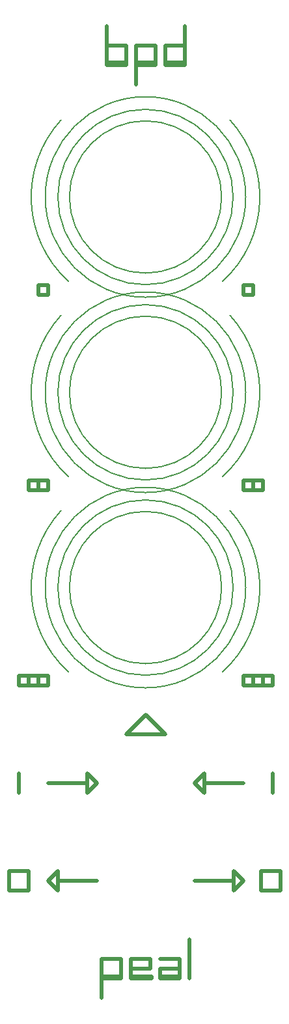
<source format=gbr>
G04 #@! TF.FileFunction,Legend,Top*
%FSLAX46Y46*%
G04 Gerber Fmt 4.6, Leading zero omitted, Abs format (unit mm)*
G04 Created by KiCad (PCBNEW 4.0.7) date 05/31/19 08:20:34*
%MOMM*%
%LPD*%
G01*
G04 APERTURE LIST*
%ADD10C,0.100000*%
%ADD11C,0.500000*%
%ADD12C,0.150000*%
G04 APERTURE END LIST*
D10*
D11*
X73152000Y-167386000D02*
X75438000Y-167386000D01*
X79502000Y-167386000D02*
X79248000Y-167386000D01*
X79502000Y-167386000D02*
X79502000Y-167640000D01*
X80772000Y-167386000D02*
X83058000Y-167386000D01*
X76962000Y-167386000D02*
X79248000Y-167386000D01*
X77470000Y-48514000D02*
X80010000Y-48514000D01*
X83566000Y-48514000D02*
X83566000Y-48768000D01*
X81534000Y-48514000D02*
X83566000Y-48514000D01*
X75946000Y-48514000D02*
X75946000Y-48768000D01*
X73660000Y-48514000D02*
X75946000Y-48514000D01*
X77470000Y-46355000D02*
X77470000Y-51435000D01*
X77470000Y-46355000D02*
X80010000Y-46355000D01*
X80010000Y-46355000D02*
X80010000Y-48895000D01*
X77470000Y-48895000D02*
X80010000Y-48895000D01*
X81280000Y-46355000D02*
X81280000Y-48895000D01*
X81280000Y-48895000D02*
X83820000Y-48895000D01*
X83820000Y-48895000D02*
X83820000Y-43815000D01*
X81280000Y-46355000D02*
X83820000Y-46355000D01*
X73660000Y-48895000D02*
X76200000Y-48895000D01*
X76200000Y-48895000D02*
X76200000Y-46355000D01*
X76200000Y-46355000D02*
X73660000Y-46355000D01*
X73660000Y-48895000D02*
X73660000Y-43815000D01*
X76200000Y-135890000D02*
X81280000Y-135890000D01*
X78740000Y-133350000D02*
X81280000Y-135890000D01*
X78740000Y-133350000D02*
X76200000Y-135890000D01*
X86360000Y-142240000D02*
X91440000Y-142240000D01*
X90170000Y-156210000D02*
X90170000Y-154940000D01*
X91440000Y-154940000D02*
X90170000Y-156210000D01*
X90170000Y-153670000D02*
X91440000Y-154940000D01*
X90170000Y-154940000D02*
X90170000Y-153670000D01*
X85090000Y-154940000D02*
X90170000Y-154940000D01*
X71120000Y-143510000D02*
X71120000Y-142240000D01*
X72390000Y-142240000D02*
X71120000Y-143510000D01*
X71120000Y-140970000D02*
X72390000Y-142240000D01*
X71120000Y-142240000D02*
X71120000Y-140970000D01*
X66040000Y-142240000D02*
X71120000Y-142240000D01*
X67310000Y-154940000D02*
X72390000Y-154940000D01*
X67310000Y-156210000D02*
X66040000Y-154940000D01*
X67310000Y-153670000D02*
X67310000Y-156210000D01*
X66040000Y-154940000D02*
X67310000Y-153670000D01*
X60960000Y-153670000D02*
X60960000Y-156210000D01*
X63500000Y-153670000D02*
X60960000Y-153670000D01*
X63500000Y-156210000D02*
X63500000Y-153670000D01*
X60960000Y-156210000D02*
X63500000Y-156210000D01*
X86360000Y-143510000D02*
X86360000Y-142240000D01*
X85090000Y-142240000D02*
X86360000Y-143510000D01*
X86360000Y-140970000D02*
X85090000Y-142240000D01*
X86360000Y-142240000D02*
X86360000Y-140970000D01*
X95250000Y-143510000D02*
X95250000Y-140970000D01*
X63500000Y-129540000D02*
X63500000Y-128270000D01*
X64770000Y-129540000D02*
X64770000Y-128270000D01*
X62230000Y-129540000D02*
X66040000Y-129540000D01*
X62230000Y-128270000D02*
X62230000Y-129540000D01*
X66040000Y-128270000D02*
X62230000Y-128270000D01*
X66040000Y-129540000D02*
X66040000Y-128270000D01*
X64770000Y-104140000D02*
X64770000Y-102870000D01*
X63500000Y-104140000D02*
X66040000Y-104140000D01*
X63500000Y-102870000D02*
X63500000Y-104140000D01*
X66040000Y-102870000D02*
X63500000Y-102870000D01*
X66040000Y-104140000D02*
X66040000Y-102870000D01*
X64770000Y-78740000D02*
X66040000Y-78740000D01*
X64770000Y-77470000D02*
X64770000Y-78740000D01*
X66040000Y-77470000D02*
X64770000Y-77470000D01*
X66040000Y-78740000D02*
X66040000Y-77470000D01*
X93980000Y-129540000D02*
X93980000Y-128270000D01*
X92710000Y-129540000D02*
X92710000Y-128270000D01*
X91440000Y-129540000D02*
X92710000Y-129540000D01*
X95250000Y-129540000D02*
X91440000Y-129540000D01*
X95250000Y-128270000D02*
X95250000Y-129540000D01*
X91440000Y-128270000D02*
X95250000Y-128270000D01*
X91440000Y-129540000D02*
X91440000Y-128270000D01*
X93980000Y-104140000D02*
X92710000Y-104140000D01*
X93980000Y-102870000D02*
X93980000Y-104140000D01*
X92710000Y-102870000D02*
X93980000Y-102870000D01*
X92710000Y-104140000D02*
X91440000Y-104140000D01*
X92710000Y-102870000D02*
X92710000Y-104140000D01*
X91440000Y-102870000D02*
X92710000Y-102870000D01*
X91440000Y-104140000D02*
X91440000Y-102870000D01*
X92710000Y-77470000D02*
X91440000Y-77470000D01*
X92710000Y-78740000D02*
X92710000Y-77470000D01*
X91440000Y-78740000D02*
X92710000Y-78740000D01*
X91440000Y-77470000D02*
X91440000Y-78740000D01*
X84455000Y-162560000D02*
X84455000Y-167640000D01*
X73025000Y-165100000D02*
X73025000Y-170180000D01*
X73025000Y-167640000D02*
X75565000Y-167640000D01*
X75565000Y-165100000D02*
X73025000Y-165100000D01*
X75565000Y-167640000D02*
X75565000Y-165100000D01*
X79375000Y-167640000D02*
X76835000Y-167640000D01*
X79375000Y-165100000D02*
X79375000Y-166370000D01*
X76835000Y-166370000D02*
X79375000Y-166370000D01*
X76835000Y-165100000D02*
X76835000Y-167640000D01*
X79375000Y-165100000D02*
X76835000Y-165100000D01*
X80645000Y-166370000D02*
X80645000Y-167640000D01*
X83185000Y-165100000D02*
X83185000Y-167640000D01*
X80645000Y-165100000D02*
X83185000Y-165100000D01*
X83185000Y-166370000D02*
X80645000Y-166370000D01*
X83185000Y-167640000D02*
X80645000Y-167640000D01*
X62230000Y-140970000D02*
X62230000Y-143510000D01*
X96266000Y-153670000D02*
X93726000Y-153670000D01*
X96266000Y-156210000D02*
X96266000Y-153670000D01*
X93726000Y-156210000D02*
X96266000Y-156210000D01*
X93726000Y-153670000D02*
X93726000Y-156210000D01*
D12*
X67740000Y-56040000D02*
G75*
G03X68740000Y-77040000I11000000J-10000000D01*
G01*
X88740000Y-77040000D02*
G75*
G03X89740000Y-56040000I-10000000J11000000D01*
G01*
X91778405Y-66040000D02*
G75*
G03X91778405Y-66040000I-13038405J0D01*
G01*
X90141754Y-66040000D02*
G75*
G03X90141754Y-66040000I-11401754J0D01*
G01*
X88639495Y-66040000D02*
G75*
G03X88639495Y-66040000I-9899495J0D01*
G01*
X67740000Y-81440000D02*
G75*
G03X68740000Y-102440000I11000000J-10000000D01*
G01*
X88740000Y-102440000D02*
G75*
G03X89740000Y-81440000I-10000000J11000000D01*
G01*
X91778405Y-91440000D02*
G75*
G03X91778405Y-91440000I-13038405J0D01*
G01*
X90141754Y-91440000D02*
G75*
G03X90141754Y-91440000I-11401754J0D01*
G01*
X88639495Y-91440000D02*
G75*
G03X88639495Y-91440000I-9899495J0D01*
G01*
X67740000Y-106840000D02*
G75*
G03X68740000Y-127840000I11000000J-10000000D01*
G01*
X88740000Y-127840000D02*
G75*
G03X89740000Y-106840000I-10000000J11000000D01*
G01*
X91778405Y-116840000D02*
G75*
G03X91778405Y-116840000I-13038405J0D01*
G01*
X90141754Y-116840000D02*
G75*
G03X90141754Y-116840000I-11401754J0D01*
G01*
X88639495Y-116840000D02*
G75*
G03X88639495Y-116840000I-9899495J0D01*
G01*
M02*

</source>
